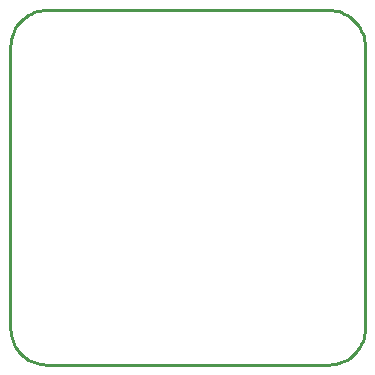
<source format=gbr>
G04 EAGLE Gerber RS-274X export*
G75*
%MOMM*%
%FSLAX34Y34*%
%LPD*%
%IN*%
%IPPOS*%
%AMOC8*
5,1,8,0,0,1.08239X$1,22.5*%
G01*
%ADD10C,0.254000*%


D10*
X228000Y154000D02*
X228114Y151385D01*
X228456Y148791D01*
X229022Y146235D01*
X229809Y143739D01*
X230811Y141321D01*
X232019Y139000D01*
X233425Y136793D01*
X235019Y134716D01*
X236787Y132787D01*
X238716Y131019D01*
X240793Y129425D01*
X243000Y128019D01*
X245321Y126811D01*
X247739Y125809D01*
X250235Y125022D01*
X252791Y124456D01*
X255385Y124114D01*
X258000Y124000D01*
X498000Y124000D01*
X500615Y124114D01*
X503210Y124456D01*
X505765Y125022D01*
X508261Y125809D01*
X510679Y126811D01*
X513000Y128019D01*
X515208Y129425D01*
X517284Y131019D01*
X519213Y132787D01*
X520981Y134716D01*
X522575Y136793D01*
X523981Y139000D01*
X525189Y141321D01*
X526191Y143739D01*
X526978Y146235D01*
X527544Y148791D01*
X527886Y151385D01*
X528000Y154000D01*
X528000Y154000D01*
X528000Y394000D01*
X527886Y396615D01*
X527544Y399210D01*
X526978Y401765D01*
X526191Y404261D01*
X525189Y406679D01*
X523981Y409000D01*
X522575Y411208D01*
X520981Y413284D01*
X519213Y415213D01*
X517284Y416982D01*
X515207Y418575D01*
X513000Y419981D01*
X510679Y421189D01*
X508261Y422191D01*
X505765Y422978D01*
X503209Y423544D01*
X500615Y423886D01*
X498000Y424000D01*
X258000Y424000D01*
X255385Y423886D01*
X252790Y423544D01*
X250235Y422978D01*
X247739Y422191D01*
X245321Y421189D01*
X243000Y419981D01*
X240792Y418575D01*
X238716Y416981D01*
X236787Y415213D01*
X235019Y413284D01*
X233425Y411207D01*
X232019Y409000D01*
X230811Y406679D01*
X229809Y404261D01*
X229022Y401765D01*
X228456Y399210D01*
X228114Y396615D01*
X228000Y394000D01*
X228000Y394000D01*
X228000Y154000D01*
M02*

</source>
